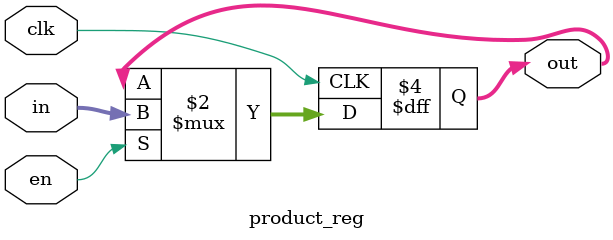
<source format=v>
module product_reg(
   input [13:0] in, 
   input clk,
   input en,
   output reg [13:0] out
);
    always @(posedge clk) begin
        if(en)
            out <= in;
    end
endmodule
</source>
